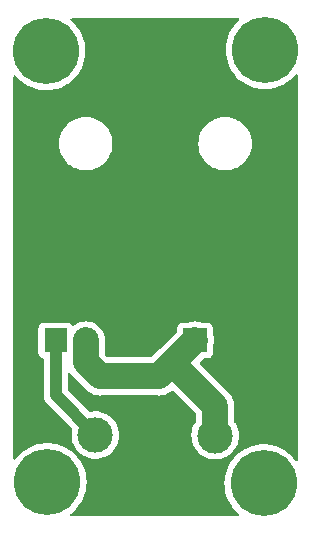
<source format=gbr>
%TF.GenerationSoftware,KiCad,Pcbnew,(6.99.0-228-g2fdbc41b8f)*%
%TF.CreationDate,2022-01-21T20:17:48+01:00*%
%TF.ProjectId,igniter,69676e69-7465-4722-9e6b-696361645f70,rev?*%
%TF.SameCoordinates,Original*%
%TF.FileFunction,Copper,L1,Top*%
%TF.FilePolarity,Positive*%
%FSLAX46Y46*%
G04 Gerber Fmt 4.6, Leading zero omitted, Abs format (unit mm)*
G04 Created by KiCad (PCBNEW (6.99.0-228-g2fdbc41b8f)) date 2022-01-21 20:17:48*
%MOMM*%
%LPD*%
G01*
G04 APERTURE LIST*
%TA.AperFunction,ComponentPad*%
%ADD10C,3.000000*%
%TD*%
%TA.AperFunction,ComponentPad*%
%ADD11R,2.000000X2.000000*%
%TD*%
%TA.AperFunction,ComponentPad*%
%ADD12O,2.000000X2.000000*%
%TD*%
%TA.AperFunction,ComponentPad*%
%ADD13C,5.600000*%
%TD*%
%TA.AperFunction,ComponentPad*%
%ADD14R,1.905000X2.000000*%
%TD*%
%TA.AperFunction,ComponentPad*%
%ADD15O,1.905000X2.000000*%
%TD*%
%TA.AperFunction,Conductor*%
%ADD16C,2.200000*%
%TD*%
%TA.AperFunction,Conductor*%
%ADD17C,1.000000*%
%TD*%
G04 APERTURE END LIST*
D10*
%TO.P,SGND1,1,Pin_1*%
%TO.N,GND*%
X132450000Y-62750000D03*
%TD*%
%TO.P,D12V1,1,Pin_1*%
%TO.N,Net-(D1-K)*%
X137500000Y-62750000D03*
%TD*%
D11*
%TO.P,D1,1,K*%
%TO.N,Net-(D1-K)*%
X135800000Y-54700000D03*
D12*
%TO.P,D1,2,A*%
%TO.N,GND*%
X140880000Y-54700000D03*
%TD*%
D13*
%TO.P,H2,1*%
%TO.N,N/C*%
X141700000Y-30100000D03*
%TD*%
%TO.P,H1,1*%
%TO.N,N/C*%
X123200000Y-30200000D03*
%TD*%
D10*
%TO.P,G1,1,Pin_1*%
%TO.N,Net-(G1-Pin_1)*%
X127350000Y-62700000D03*
%TD*%
D13*
%TO.P,H4,1*%
%TO.N,N/C*%
X141600000Y-66800000D03*
%TD*%
%TO.P,H3,1*%
%TO.N,N/C*%
X123300000Y-66700000D03*
%TD*%
D14*
%TO.P,Q1,1,G*%
%TO.N,Net-(G1-Pin_1)*%
X124000000Y-54700000D03*
D15*
%TO.P,Q1,2,D*%
%TO.N,Net-(D1-K)*%
X126540000Y-54700000D03*
%TO.P,Q1,3,S*%
%TO.N,GND*%
X129080000Y-54700000D03*
%TD*%
D16*
%TO.N,Net-(D1-K)*%
X137500000Y-60250000D02*
X133875000Y-56625000D01*
X137500000Y-62750000D02*
X137500000Y-60250000D01*
X133875000Y-56625000D02*
X135800000Y-54700000D01*
X132750000Y-57750000D02*
X133875000Y-56625000D01*
X127750000Y-57750000D02*
X132750000Y-57750000D01*
X126540000Y-56540000D02*
X127750000Y-57750000D01*
X126540000Y-54700000D02*
X126540000Y-56540000D01*
D17*
%TO.N,Net-(G1-Pin_1)*%
X124000000Y-54700000D02*
X124000000Y-59350000D01*
X124000000Y-59350000D02*
X127350000Y-62700000D01*
%TD*%
%TA.AperFunction,Conductor*%
%TO.N,GND*%
G36*
X139483194Y-27428002D02*
G01*
X139529687Y-27481658D01*
X139539791Y-27551932D01*
X139510297Y-27616512D01*
X139501486Y-27625699D01*
X139300559Y-27815043D01*
X139067819Y-28087546D01*
X139065900Y-28090358D01*
X139065897Y-28090363D01*
X138999604Y-28187546D01*
X138865871Y-28383591D01*
X138697077Y-28699714D01*
X138563411Y-29032218D01*
X138466437Y-29377213D01*
X138407290Y-29730663D01*
X138386661Y-30088434D01*
X138404792Y-30446340D01*
X138461470Y-30800195D01*
X138556033Y-31145859D01*
X138687374Y-31479288D01*
X138853957Y-31796582D01*
X138855858Y-31799411D01*
X138855864Y-31799421D01*
X138941119Y-31926292D01*
X139053834Y-32094029D01*
X139284665Y-32368150D01*
X139543751Y-32615738D01*
X139828061Y-32833897D01*
X139860056Y-32853350D01*
X140131355Y-33018303D01*
X140131360Y-33018306D01*
X140134270Y-33020075D01*
X140137358Y-33021521D01*
X140137357Y-33021521D01*
X140455710Y-33170649D01*
X140455720Y-33170653D01*
X140458794Y-33172093D01*
X140462012Y-33173195D01*
X140462015Y-33173196D01*
X140794615Y-33287071D01*
X140794623Y-33287073D01*
X140797838Y-33288174D01*
X141147435Y-33366959D01*
X141199728Y-33372917D01*
X141500114Y-33407142D01*
X141500122Y-33407142D01*
X141503497Y-33407527D01*
X141506901Y-33407545D01*
X141506904Y-33407545D01*
X141701227Y-33408562D01*
X141861857Y-33409403D01*
X141865243Y-33409053D01*
X141865245Y-33409053D01*
X142214932Y-33372917D01*
X142214941Y-33372916D01*
X142218324Y-33372566D01*
X142221657Y-33371852D01*
X142221660Y-33371851D01*
X142394186Y-33334864D01*
X142568727Y-33297446D01*
X142908968Y-33184922D01*
X143235066Y-33036311D01*
X143329052Y-32980506D01*
X143540262Y-32855099D01*
X143540267Y-32855096D01*
X143543207Y-32853350D01*
X143829786Y-32638180D01*
X144091451Y-32393319D01*
X144270475Y-32185184D01*
X144330061Y-32146582D01*
X144401057Y-32146323D01*
X144460923Y-32184489D01*
X144490651Y-32248961D01*
X144492000Y-32267348D01*
X144492000Y-64759300D01*
X144471998Y-64827421D01*
X144418342Y-64873914D01*
X144348068Y-64884018D01*
X144283488Y-64854524D01*
X144261664Y-64829940D01*
X144241102Y-64799570D01*
X144239190Y-64796746D01*
X144228639Y-64784304D01*
X144127765Y-64665358D01*
X144007403Y-64523432D01*
X143747454Y-64276750D01*
X143462384Y-64059585D01*
X143459472Y-64057828D01*
X143459467Y-64057825D01*
X143158443Y-63876236D01*
X143158437Y-63876233D01*
X143155528Y-63874478D01*
X142830475Y-63723593D01*
X142660751Y-63666145D01*
X142494255Y-63609789D01*
X142494250Y-63609788D01*
X142491028Y-63608697D01*
X142292681Y-63564724D01*
X142144493Y-63531871D01*
X142144487Y-63531870D01*
X142141158Y-63531132D01*
X142137769Y-63530758D01*
X142137764Y-63530757D01*
X141788338Y-63492180D01*
X141788333Y-63492180D01*
X141784957Y-63491807D01*
X141781558Y-63491801D01*
X141781557Y-63491801D01*
X141612080Y-63491505D01*
X141426592Y-63491182D01*
X141313413Y-63503277D01*
X141073639Y-63528901D01*
X141073631Y-63528902D01*
X141070256Y-63529263D01*
X140720117Y-63605606D01*
X140380271Y-63719317D01*
X140377178Y-63720739D01*
X140377177Y-63720740D01*
X140256520Y-63776236D01*
X140054694Y-63869066D01*
X140051760Y-63870822D01*
X140051758Y-63870823D01*
X139759095Y-64045978D01*
X139747193Y-64053101D01*
X139744467Y-64055163D01*
X139744465Y-64055164D01*
X139488506Y-64248745D01*
X139461367Y-64269270D01*
X139458882Y-64271612D01*
X139458877Y-64271616D01*
X139398294Y-64328707D01*
X139200559Y-64515043D01*
X138967819Y-64787546D01*
X138965900Y-64790358D01*
X138965897Y-64790363D01*
X138940618Y-64827421D01*
X138765871Y-65083591D01*
X138597077Y-65399714D01*
X138463411Y-65732218D01*
X138462491Y-65735492D01*
X138462489Y-65735497D01*
X138390424Y-65991878D01*
X138366437Y-66077213D01*
X138307290Y-66430663D01*
X138286661Y-66788434D01*
X138304792Y-67146340D01*
X138361470Y-67500195D01*
X138456033Y-67845859D01*
X138587374Y-68179288D01*
X138588957Y-68182303D01*
X138718529Y-68429101D01*
X138753957Y-68496582D01*
X138755858Y-68499411D01*
X138755864Y-68499421D01*
X138903294Y-68718818D01*
X138953834Y-68794029D01*
X139184665Y-69068150D01*
X139443751Y-69315738D01*
X139469968Y-69335855D01*
X139509303Y-69366038D01*
X139551170Y-69423376D01*
X139555392Y-69494247D01*
X139520628Y-69556150D01*
X139457915Y-69589431D01*
X139432599Y-69592000D01*
X125336211Y-69592000D01*
X125268090Y-69571998D01*
X125221597Y-69518342D01*
X125211493Y-69448068D01*
X125240987Y-69383488D01*
X125260558Y-69365240D01*
X125429786Y-69238180D01*
X125691451Y-68993319D01*
X125925140Y-68721630D01*
X126081888Y-68493560D01*
X126126190Y-68429101D01*
X126126195Y-68429094D01*
X126128120Y-68426292D01*
X126129732Y-68423298D01*
X126129737Y-68423290D01*
X126296395Y-68113772D01*
X126298017Y-68110760D01*
X126404294Y-67849029D01*
X126431562Y-67781877D01*
X126431564Y-67781872D01*
X126432842Y-67778724D01*
X126531020Y-67434070D01*
X126591401Y-67080828D01*
X126613278Y-66723131D01*
X126613359Y-66700000D01*
X126593979Y-66342159D01*
X126536066Y-65988505D01*
X126440297Y-65643173D01*
X126307793Y-65310205D01*
X126244947Y-65191510D01*
X126141702Y-64996513D01*
X126141698Y-64996506D01*
X126140103Y-64993494D01*
X125939190Y-64696746D01*
X125907290Y-64659130D01*
X125815654Y-64551077D01*
X125707403Y-64423432D01*
X125467838Y-64196094D01*
X125449921Y-64179091D01*
X125449920Y-64179090D01*
X125447454Y-64176750D01*
X125162384Y-63959585D01*
X125159472Y-63957828D01*
X125159467Y-63957825D01*
X124858443Y-63776236D01*
X124858437Y-63776233D01*
X124855528Y-63774478D01*
X124530475Y-63623593D01*
X124277760Y-63538054D01*
X124194255Y-63509789D01*
X124194250Y-63509788D01*
X124191028Y-63508697D01*
X123992681Y-63464724D01*
X123844493Y-63431871D01*
X123844487Y-63431870D01*
X123841158Y-63431132D01*
X123837769Y-63430758D01*
X123837764Y-63430757D01*
X123488338Y-63392180D01*
X123488333Y-63392180D01*
X123484957Y-63391807D01*
X123481558Y-63391801D01*
X123481557Y-63391801D01*
X123312080Y-63391505D01*
X123126592Y-63391182D01*
X123013413Y-63403277D01*
X122773639Y-63428901D01*
X122773631Y-63428902D01*
X122770256Y-63429263D01*
X122420117Y-63505606D01*
X122080271Y-63619317D01*
X122077178Y-63620739D01*
X122077177Y-63620740D01*
X122070974Y-63623593D01*
X121754694Y-63769066D01*
X121751760Y-63770822D01*
X121751758Y-63770823D01*
X121451556Y-63950490D01*
X121447193Y-63953101D01*
X121444467Y-63955163D01*
X121444465Y-63955164D01*
X121179179Y-64155799D01*
X121161367Y-64169270D01*
X121158882Y-64171612D01*
X121158877Y-64171616D01*
X121132902Y-64196094D01*
X120900559Y-64415043D01*
X120667819Y-64687546D01*
X120665900Y-64690358D01*
X120665897Y-64690363D01*
X120638088Y-64731130D01*
X120583177Y-64776133D01*
X120512652Y-64784304D01*
X120448905Y-64753050D01*
X120412175Y-64692293D01*
X120408000Y-64660126D01*
X120408000Y-55748134D01*
X122539000Y-55748134D01*
X122545755Y-55810316D01*
X122596885Y-55946705D01*
X122684239Y-56063261D01*
X122800795Y-56150615D01*
X122809203Y-56153767D01*
X122909730Y-56191453D01*
X122966494Y-56234095D01*
X122991194Y-56300656D01*
X122991500Y-56309435D01*
X122991500Y-59288157D01*
X122990763Y-59301764D01*
X122986676Y-59339388D01*
X122987213Y-59345523D01*
X122991050Y-59389388D01*
X122991379Y-59394214D01*
X122991500Y-59396686D01*
X122991500Y-59399769D01*
X122991801Y-59402837D01*
X122995690Y-59442506D01*
X122995812Y-59443819D01*
X123003913Y-59536413D01*
X123005400Y-59541532D01*
X123005920Y-59546833D01*
X123032791Y-59635834D01*
X123033126Y-59636967D01*
X123059091Y-59726336D01*
X123061544Y-59731068D01*
X123063084Y-59736169D01*
X123065978Y-59741612D01*
X123106731Y-59818260D01*
X123107343Y-59819426D01*
X123150108Y-59901926D01*
X123153431Y-59906089D01*
X123155934Y-59910796D01*
X123214755Y-59982918D01*
X123215446Y-59983774D01*
X123246738Y-60022973D01*
X123249242Y-60025477D01*
X123249884Y-60026195D01*
X123253585Y-60030528D01*
X123280935Y-60064062D01*
X123285682Y-60067989D01*
X123285684Y-60067991D01*
X123316262Y-60093287D01*
X123325042Y-60101277D01*
X125358284Y-62134519D01*
X125392310Y-62196831D01*
X125392297Y-62250455D01*
X125359317Y-62401717D01*
X125359316Y-62401725D01*
X125358404Y-62405907D01*
X125336917Y-62678918D01*
X125352682Y-62952320D01*
X125353507Y-62956525D01*
X125353508Y-62956533D01*
X125383917Y-63111526D01*
X125405405Y-63221053D01*
X125406792Y-63225103D01*
X125406793Y-63225108D01*
X125477203Y-63430757D01*
X125494112Y-63480144D01*
X125508473Y-63508697D01*
X125615119Y-63720740D01*
X125617160Y-63724799D01*
X125619586Y-63728328D01*
X125619589Y-63728334D01*
X125717520Y-63870823D01*
X125772274Y-63950490D01*
X125775161Y-63953663D01*
X125775162Y-63953664D01*
X125953692Y-64149867D01*
X125956582Y-64153043D01*
X126166675Y-64328707D01*
X126170316Y-64330991D01*
X126395024Y-64471951D01*
X126395028Y-64471953D01*
X126398664Y-64474234D01*
X126504345Y-64521951D01*
X126644345Y-64585164D01*
X126644349Y-64585166D01*
X126648257Y-64586930D01*
X126652377Y-64588150D01*
X126652376Y-64588150D01*
X126906723Y-64663491D01*
X126906727Y-64663492D01*
X126910836Y-64664709D01*
X126915070Y-64665357D01*
X126915075Y-64665358D01*
X127177298Y-64705483D01*
X127177300Y-64705483D01*
X127181540Y-64706132D01*
X127320912Y-64708322D01*
X127451071Y-64710367D01*
X127451077Y-64710367D01*
X127455362Y-64710434D01*
X127727235Y-64677534D01*
X127992127Y-64608041D01*
X127996087Y-64606401D01*
X127996092Y-64606399D01*
X128129650Y-64551077D01*
X128245136Y-64503241D01*
X128481582Y-64365073D01*
X128697089Y-64196094D01*
X128723084Y-64169270D01*
X128837360Y-64051346D01*
X128887669Y-63999431D01*
X128890202Y-63995983D01*
X128890206Y-63995978D01*
X129047257Y-63782178D01*
X129049795Y-63778723D01*
X129054006Y-63770968D01*
X129178418Y-63541830D01*
X129178419Y-63541828D01*
X129180468Y-63538054D01*
X129235966Y-63391182D01*
X129275751Y-63285895D01*
X129275752Y-63285891D01*
X129277269Y-63281877D01*
X129338407Y-63014933D01*
X129339916Y-62998032D01*
X129362531Y-62744627D01*
X129362531Y-62744625D01*
X129362751Y-62742161D01*
X129363193Y-62700000D01*
X129361465Y-62674648D01*
X129344859Y-62431055D01*
X129344858Y-62431049D01*
X129344567Y-62426778D01*
X129341130Y-62410179D01*
X129300256Y-62212809D01*
X129289032Y-62158612D01*
X129197617Y-61900465D01*
X129072013Y-61657112D01*
X128914545Y-61433057D01*
X128728125Y-61232445D01*
X128724810Y-61229731D01*
X128724806Y-61229728D01*
X128519523Y-61061706D01*
X128516205Y-61058990D01*
X128282704Y-60915901D01*
X128278768Y-60914173D01*
X128035873Y-60807549D01*
X128035869Y-60807548D01*
X128031945Y-60805825D01*
X127768566Y-60730800D01*
X127764324Y-60730196D01*
X127764318Y-60730195D01*
X127563834Y-60701662D01*
X127497443Y-60692213D01*
X127353589Y-60691460D01*
X127227877Y-60690802D01*
X127227871Y-60690802D01*
X127223591Y-60690780D01*
X127219347Y-60691339D01*
X127219343Y-60691339D01*
X126956338Y-60725964D01*
X126956336Y-60725964D01*
X126952078Y-60726525D01*
X126905424Y-60739288D01*
X126834442Y-60737970D01*
X126783083Y-60706849D01*
X125045405Y-58969171D01*
X125011379Y-58906859D01*
X125008500Y-58880076D01*
X125008500Y-57564204D01*
X125028502Y-57496083D01*
X125082158Y-57449590D01*
X125152432Y-57439486D01*
X125217012Y-57468980D01*
X125234385Y-57487908D01*
X125234672Y-57488376D01*
X125357930Y-57632693D01*
X125357936Y-57632699D01*
X125399102Y-57680898D01*
X125402857Y-57684105D01*
X125443547Y-57718857D01*
X125450812Y-57725574D01*
X126564423Y-58839185D01*
X126571139Y-58846450D01*
X126605889Y-58887137D01*
X126605894Y-58887142D01*
X126609102Y-58890898D01*
X126801624Y-59055328D01*
X127017498Y-59187616D01*
X127022068Y-59189509D01*
X127022072Y-59189511D01*
X127246836Y-59282611D01*
X127251409Y-59284505D01*
X127323299Y-59301764D01*
X127492784Y-59342454D01*
X127492790Y-59342455D01*
X127497597Y-59343609D01*
X127686801Y-59358500D01*
X127686803Y-59358500D01*
X127686818Y-59358501D01*
X127745069Y-59363085D01*
X127745070Y-59363085D01*
X127750000Y-59363473D01*
X127754930Y-59363085D01*
X127808260Y-59358888D01*
X127818146Y-59358500D01*
X132681854Y-59358500D01*
X132691740Y-59358888D01*
X132750000Y-59363473D01*
X132754930Y-59363085D01*
X132754931Y-59363085D01*
X132813182Y-59358501D01*
X132813197Y-59358500D01*
X132813199Y-59358500D01*
X133002403Y-59343609D01*
X133007210Y-59342455D01*
X133007216Y-59342454D01*
X133176701Y-59301764D01*
X133248591Y-59284505D01*
X133253164Y-59282611D01*
X133477928Y-59189511D01*
X133477932Y-59189509D01*
X133482502Y-59187616D01*
X133698376Y-59055328D01*
X133698377Y-59055327D01*
X133788978Y-58977947D01*
X133853765Y-58948917D01*
X133923965Y-58959522D01*
X133959901Y-58984664D01*
X135854595Y-60879358D01*
X135888621Y-60941670D01*
X135891500Y-60968453D01*
X135891500Y-61505919D01*
X135867823Y-61579445D01*
X135789002Y-61689136D01*
X135660857Y-61931161D01*
X135659385Y-61935184D01*
X135659383Y-61935188D01*
X135577621Y-62158612D01*
X135566743Y-62188337D01*
X135508404Y-62455907D01*
X135486917Y-62728918D01*
X135502682Y-63002320D01*
X135503507Y-63006525D01*
X135503508Y-63006533D01*
X135505977Y-63019117D01*
X135555405Y-63271053D01*
X135556792Y-63275103D01*
X135556793Y-63275108D01*
X135636082Y-63506690D01*
X135644112Y-63530144D01*
X135691112Y-63623593D01*
X135764277Y-63769066D01*
X135767160Y-63774799D01*
X135769586Y-63778328D01*
X135769589Y-63778334D01*
X135895578Y-63961647D01*
X135922274Y-64000490D01*
X135925161Y-64003663D01*
X135925162Y-64003664D01*
X136073972Y-64167205D01*
X136106582Y-64203043D01*
X136316675Y-64378707D01*
X136320316Y-64380991D01*
X136545024Y-64521951D01*
X136545028Y-64521953D01*
X136548664Y-64524234D01*
X136616544Y-64554883D01*
X136794345Y-64635164D01*
X136794349Y-64635166D01*
X136798257Y-64636930D01*
X136802377Y-64638150D01*
X136802376Y-64638150D01*
X137056723Y-64713491D01*
X137056727Y-64713492D01*
X137060836Y-64714709D01*
X137065070Y-64715357D01*
X137065075Y-64715358D01*
X137327298Y-64755483D01*
X137327300Y-64755483D01*
X137331540Y-64756132D01*
X137470912Y-64758322D01*
X137601071Y-64760367D01*
X137601077Y-64760367D01*
X137605362Y-64760434D01*
X137877235Y-64727534D01*
X138142127Y-64658041D01*
X138146087Y-64656401D01*
X138146092Y-64656399D01*
X138310858Y-64588150D01*
X138395136Y-64553241D01*
X138612823Y-64426035D01*
X138627879Y-64417237D01*
X138627880Y-64417236D01*
X138631582Y-64415073D01*
X138847089Y-64246094D01*
X138888809Y-64203043D01*
X139027829Y-64059585D01*
X139037669Y-64049431D01*
X139040202Y-64045983D01*
X139040206Y-64045978D01*
X139197257Y-63832178D01*
X139199795Y-63828723D01*
X139228989Y-63774955D01*
X139328418Y-63591830D01*
X139328419Y-63591828D01*
X139330468Y-63588054D01*
X139389764Y-63431132D01*
X139425751Y-63335895D01*
X139425752Y-63335891D01*
X139427269Y-63331877D01*
X139488407Y-63064933D01*
X139492870Y-63014933D01*
X139512531Y-62794627D01*
X139512531Y-62794625D01*
X139512751Y-62792161D01*
X139513193Y-62750000D01*
X139509954Y-62702484D01*
X139494859Y-62481055D01*
X139494858Y-62481049D01*
X139494567Y-62476778D01*
X139484213Y-62426778D01*
X139439901Y-62212809D01*
X139439032Y-62208612D01*
X139347617Y-61950465D01*
X139222013Y-61707112D01*
X139212040Y-61692921D01*
X139131413Y-61578201D01*
X139108500Y-61505750D01*
X139108500Y-60318146D01*
X139108888Y-60308260D01*
X139113085Y-60254930D01*
X139113473Y-60250000D01*
X139108500Y-60186810D01*
X139108500Y-60186801D01*
X139093609Y-59997597D01*
X139070596Y-59901738D01*
X139035660Y-59756221D01*
X139034505Y-59751409D01*
X139028531Y-59736987D01*
X138939511Y-59522072D01*
X138939509Y-59522068D01*
X138937616Y-59517498D01*
X138805328Y-59301624D01*
X138802116Y-59297864D01*
X138802113Y-59297859D01*
X138707956Y-59187616D01*
X138682209Y-59157470D01*
X138682070Y-59157307D01*
X138682064Y-59157301D01*
X138640898Y-59109102D01*
X138596454Y-59071143D01*
X138589191Y-59064428D01*
X136238858Y-56714095D01*
X136204832Y-56651783D01*
X136209897Y-56580968D01*
X136238858Y-56535905D01*
X136529358Y-56245405D01*
X136591670Y-56211379D01*
X136618453Y-56208500D01*
X136848134Y-56208500D01*
X136910316Y-56201745D01*
X137046705Y-56150615D01*
X137163261Y-56063261D01*
X137250615Y-55946705D01*
X137301745Y-55810316D01*
X137308500Y-55748134D01*
X137308500Y-55286436D01*
X137318091Y-55238218D01*
X137332611Y-55203164D01*
X137332612Y-55203162D01*
X137334505Y-55198591D01*
X137393609Y-54952403D01*
X137413473Y-54700000D01*
X137393609Y-54447597D01*
X137334505Y-54201409D01*
X137318091Y-54161782D01*
X137308500Y-54113564D01*
X137308500Y-53651866D01*
X137301745Y-53589684D01*
X137250615Y-53453295D01*
X137163261Y-53336739D01*
X137046705Y-53249385D01*
X136910316Y-53198255D01*
X136848134Y-53191500D01*
X136386436Y-53191500D01*
X136338218Y-53181909D01*
X136303164Y-53167389D01*
X136303162Y-53167388D01*
X136298591Y-53165495D01*
X136213968Y-53145179D01*
X136057216Y-53107546D01*
X136057210Y-53107545D01*
X136052403Y-53106391D01*
X135800000Y-53086527D01*
X135547597Y-53106391D01*
X135542790Y-53107545D01*
X135542784Y-53107546D01*
X135386032Y-53145179D01*
X135301409Y-53165495D01*
X135296838Y-53167388D01*
X135296836Y-53167389D01*
X135261782Y-53181909D01*
X135213564Y-53191500D01*
X134751866Y-53191500D01*
X134689684Y-53198255D01*
X134553295Y-53249385D01*
X134436739Y-53336739D01*
X134349385Y-53453295D01*
X134298255Y-53589684D01*
X134291500Y-53651866D01*
X134291500Y-53881547D01*
X134271498Y-53949668D01*
X134254595Y-53970642D01*
X132785809Y-55439428D01*
X132778546Y-55446143D01*
X132734102Y-55484102D01*
X132730894Y-55487858D01*
X132696144Y-55528545D01*
X132689428Y-55535809D01*
X132120642Y-56104595D01*
X132058330Y-56138621D01*
X132031547Y-56141500D01*
X128468453Y-56141500D01*
X128400332Y-56121498D01*
X128379357Y-56104595D01*
X128185404Y-55910641D01*
X128151379Y-55848329D01*
X128148500Y-55821546D01*
X128148500Y-54636801D01*
X128133609Y-54447597D01*
X128074505Y-54201409D01*
X128048500Y-54138627D01*
X127979511Y-53972072D01*
X127979509Y-53972068D01*
X127977616Y-53967498D01*
X127845328Y-53751624D01*
X127680898Y-53559102D01*
X127488376Y-53394672D01*
X127272502Y-53262384D01*
X127267932Y-53260491D01*
X127267928Y-53260489D01*
X127043164Y-53167389D01*
X127043162Y-53167388D01*
X127038591Y-53165495D01*
X126953968Y-53145179D01*
X126797216Y-53107546D01*
X126797210Y-53107545D01*
X126792403Y-53106391D01*
X126540000Y-53086526D01*
X126287597Y-53106391D01*
X126282790Y-53107545D01*
X126282784Y-53107546D01*
X126126032Y-53145179D01*
X126041409Y-53165495D01*
X126036838Y-53167388D01*
X126036836Y-53167389D01*
X125812072Y-53260489D01*
X125812068Y-53260491D01*
X125807498Y-53262384D01*
X125591624Y-53394672D01*
X125587868Y-53397880D01*
X125587857Y-53397888D01*
X125552016Y-53428500D01*
X125487227Y-53457532D01*
X125417027Y-53446927D01*
X125369359Y-53408255D01*
X125361590Y-53397888D01*
X125315761Y-53336739D01*
X125199205Y-53249385D01*
X125062816Y-53198255D01*
X125000634Y-53191500D01*
X122999366Y-53191500D01*
X122937184Y-53198255D01*
X122800795Y-53249385D01*
X122684239Y-53336739D01*
X122596885Y-53453295D01*
X122545755Y-53589684D01*
X122539000Y-53651866D01*
X122539000Y-55748134D01*
X120408000Y-55748134D01*
X120408000Y-38040000D01*
X124276654Y-38040000D01*
X124296017Y-38335426D01*
X124353776Y-38625797D01*
X124448941Y-38906145D01*
X124579885Y-39171673D01*
X124744367Y-39417838D01*
X124747081Y-39420932D01*
X124747085Y-39420938D01*
X124936864Y-39637338D01*
X124939573Y-39640427D01*
X124942662Y-39643136D01*
X125159062Y-39832915D01*
X125159068Y-39832919D01*
X125162162Y-39835633D01*
X125165588Y-39837922D01*
X125165593Y-39837926D01*
X125349405Y-39960744D01*
X125408327Y-40000115D01*
X125412026Y-40001939D01*
X125412031Y-40001942D01*
X125548313Y-40069148D01*
X125673855Y-40131059D01*
X125677760Y-40132384D01*
X125677761Y-40132385D01*
X125950290Y-40224896D01*
X125950294Y-40224897D01*
X125954203Y-40226224D01*
X125958247Y-40227028D01*
X125958253Y-40227030D01*
X126240535Y-40283180D01*
X126240541Y-40283181D01*
X126244574Y-40283983D01*
X126248679Y-40284252D01*
X126248686Y-40284253D01*
X126535881Y-40303076D01*
X126540000Y-40303346D01*
X126544119Y-40303076D01*
X126831314Y-40284253D01*
X126831321Y-40284252D01*
X126835426Y-40283983D01*
X126839459Y-40283181D01*
X126839465Y-40283180D01*
X127121747Y-40227030D01*
X127121753Y-40227028D01*
X127125797Y-40226224D01*
X127129706Y-40224897D01*
X127129710Y-40224896D01*
X127402239Y-40132385D01*
X127402240Y-40132384D01*
X127406145Y-40131059D01*
X127531687Y-40069148D01*
X127667969Y-40001942D01*
X127667974Y-40001939D01*
X127671673Y-40000115D01*
X127730595Y-39960744D01*
X127914407Y-39837926D01*
X127914412Y-39837922D01*
X127917838Y-39835633D01*
X127920932Y-39832919D01*
X127920938Y-39832915D01*
X128137338Y-39643136D01*
X128140427Y-39640427D01*
X128143136Y-39637338D01*
X128332915Y-39420938D01*
X128332919Y-39420932D01*
X128335633Y-39417838D01*
X128500115Y-39171673D01*
X128631059Y-38906145D01*
X128726224Y-38625797D01*
X128783983Y-38335426D01*
X128803346Y-38040000D01*
X136076654Y-38040000D01*
X136096017Y-38335426D01*
X136153776Y-38625797D01*
X136248941Y-38906145D01*
X136379885Y-39171673D01*
X136544367Y-39417838D01*
X136547081Y-39420932D01*
X136547085Y-39420938D01*
X136736864Y-39637338D01*
X136739573Y-39640427D01*
X136742662Y-39643136D01*
X136959062Y-39832915D01*
X136959068Y-39832919D01*
X136962162Y-39835633D01*
X136965588Y-39837922D01*
X136965593Y-39837926D01*
X137149405Y-39960744D01*
X137208327Y-40000115D01*
X137212026Y-40001939D01*
X137212031Y-40001942D01*
X137348313Y-40069148D01*
X137473855Y-40131059D01*
X137477760Y-40132384D01*
X137477761Y-40132385D01*
X137750290Y-40224896D01*
X137750294Y-40224897D01*
X137754203Y-40226224D01*
X137758247Y-40227028D01*
X137758253Y-40227030D01*
X138040535Y-40283180D01*
X138040541Y-40283181D01*
X138044574Y-40283983D01*
X138048679Y-40284252D01*
X138048686Y-40284253D01*
X138335881Y-40303076D01*
X138340000Y-40303346D01*
X138344119Y-40303076D01*
X138631314Y-40284253D01*
X138631321Y-40284252D01*
X138635426Y-40283983D01*
X138639459Y-40283181D01*
X138639465Y-40283180D01*
X138921747Y-40227030D01*
X138921753Y-40227028D01*
X138925797Y-40226224D01*
X138929706Y-40224897D01*
X138929710Y-40224896D01*
X139202239Y-40132385D01*
X139202240Y-40132384D01*
X139206145Y-40131059D01*
X139331687Y-40069148D01*
X139467969Y-40001942D01*
X139467974Y-40001939D01*
X139471673Y-40000115D01*
X139530595Y-39960744D01*
X139714407Y-39837926D01*
X139714412Y-39837922D01*
X139717838Y-39835633D01*
X139720932Y-39832919D01*
X139720938Y-39832915D01*
X139937338Y-39643136D01*
X139940427Y-39640427D01*
X139943136Y-39637338D01*
X140132915Y-39420938D01*
X140132919Y-39420932D01*
X140135633Y-39417838D01*
X140300115Y-39171673D01*
X140431059Y-38906145D01*
X140526224Y-38625797D01*
X140583983Y-38335426D01*
X140603346Y-38040000D01*
X140583983Y-37744574D01*
X140526224Y-37454203D01*
X140431059Y-37173855D01*
X140300115Y-36908327D01*
X140135633Y-36662162D01*
X140132919Y-36659068D01*
X140132915Y-36659062D01*
X139943136Y-36442662D01*
X139940427Y-36439573D01*
X139937338Y-36436864D01*
X139720938Y-36247085D01*
X139720932Y-36247081D01*
X139717838Y-36244367D01*
X139714412Y-36242078D01*
X139714407Y-36242074D01*
X139475106Y-36082179D01*
X139471673Y-36079885D01*
X139467974Y-36078061D01*
X139467969Y-36078058D01*
X139331687Y-36010852D01*
X139206145Y-35948941D01*
X139202239Y-35947615D01*
X138929710Y-35855104D01*
X138929706Y-35855103D01*
X138925797Y-35853776D01*
X138921753Y-35852972D01*
X138921747Y-35852970D01*
X138639465Y-35796820D01*
X138639459Y-35796819D01*
X138635426Y-35796017D01*
X138631321Y-35795748D01*
X138631314Y-35795747D01*
X138344119Y-35776924D01*
X138340000Y-35776654D01*
X138335881Y-35776924D01*
X138048686Y-35795747D01*
X138048679Y-35795748D01*
X138044574Y-35796017D01*
X138040541Y-35796819D01*
X138040535Y-35796820D01*
X137758253Y-35852970D01*
X137758247Y-35852972D01*
X137754203Y-35853776D01*
X137750294Y-35855103D01*
X137750290Y-35855104D01*
X137477761Y-35947615D01*
X137473855Y-35948941D01*
X137348313Y-36010852D01*
X137212031Y-36078058D01*
X137212026Y-36078061D01*
X137208327Y-36079885D01*
X137204894Y-36082179D01*
X136965593Y-36242074D01*
X136965588Y-36242078D01*
X136962162Y-36244367D01*
X136959068Y-36247081D01*
X136959062Y-36247085D01*
X136742662Y-36436864D01*
X136739573Y-36439573D01*
X136736864Y-36442662D01*
X136547085Y-36659062D01*
X136547081Y-36659068D01*
X136544367Y-36662162D01*
X136379885Y-36908327D01*
X136248941Y-37173855D01*
X136153776Y-37454203D01*
X136096017Y-37744574D01*
X136076654Y-38040000D01*
X128803346Y-38040000D01*
X128783983Y-37744574D01*
X128726224Y-37454203D01*
X128631059Y-37173855D01*
X128500115Y-36908327D01*
X128335633Y-36662162D01*
X128332919Y-36659068D01*
X128332915Y-36659062D01*
X128143136Y-36442662D01*
X128140427Y-36439573D01*
X128137338Y-36436864D01*
X127920938Y-36247085D01*
X127920932Y-36247081D01*
X127917838Y-36244367D01*
X127914412Y-36242078D01*
X127914407Y-36242074D01*
X127675106Y-36082179D01*
X127671673Y-36079885D01*
X127667974Y-36078061D01*
X127667969Y-36078058D01*
X127531687Y-36010852D01*
X127406145Y-35948941D01*
X127402239Y-35947615D01*
X127129710Y-35855104D01*
X127129706Y-35855103D01*
X127125797Y-35853776D01*
X127121753Y-35852972D01*
X127121747Y-35852970D01*
X126839465Y-35796820D01*
X126839459Y-35796819D01*
X126835426Y-35796017D01*
X126831321Y-35795748D01*
X126831314Y-35795747D01*
X126544119Y-35776924D01*
X126540000Y-35776654D01*
X126535881Y-35776924D01*
X126248686Y-35795747D01*
X126248679Y-35795748D01*
X126244574Y-35796017D01*
X126240541Y-35796819D01*
X126240535Y-35796820D01*
X125958253Y-35852970D01*
X125958247Y-35852972D01*
X125954203Y-35853776D01*
X125950294Y-35855103D01*
X125950290Y-35855104D01*
X125677761Y-35947615D01*
X125673855Y-35948941D01*
X125548313Y-36010852D01*
X125412031Y-36078058D01*
X125412026Y-36078061D01*
X125408327Y-36079885D01*
X125404894Y-36082179D01*
X125165593Y-36242074D01*
X125165588Y-36242078D01*
X125162162Y-36244367D01*
X125159068Y-36247081D01*
X125159062Y-36247085D01*
X124942662Y-36436864D01*
X124939573Y-36439573D01*
X124936864Y-36442662D01*
X124747085Y-36659062D01*
X124747081Y-36659068D01*
X124744367Y-36662162D01*
X124579885Y-36908327D01*
X124448941Y-37173855D01*
X124353776Y-37454203D01*
X124296017Y-37744574D01*
X124276654Y-38040000D01*
X120408000Y-38040000D01*
X120408000Y-32366090D01*
X120428002Y-32297969D01*
X120481658Y-32251476D01*
X120551932Y-32241372D01*
X120616512Y-32270866D01*
X120630380Y-32284931D01*
X120782464Y-32465537D01*
X120782470Y-32465544D01*
X120784665Y-32468150D01*
X121043751Y-32715738D01*
X121328061Y-32933897D01*
X121360056Y-32953350D01*
X121631355Y-33118303D01*
X121631360Y-33118306D01*
X121634270Y-33120075D01*
X121637358Y-33121521D01*
X121637357Y-33121521D01*
X121955710Y-33270649D01*
X121955720Y-33270653D01*
X121958794Y-33272093D01*
X121962012Y-33273195D01*
X121962015Y-33273196D01*
X122294615Y-33387071D01*
X122294623Y-33387073D01*
X122297838Y-33388174D01*
X122647435Y-33466959D01*
X122699728Y-33472917D01*
X123000114Y-33507142D01*
X123000122Y-33507142D01*
X123003497Y-33507527D01*
X123006901Y-33507545D01*
X123006904Y-33507545D01*
X123201227Y-33508562D01*
X123361857Y-33509403D01*
X123365243Y-33509053D01*
X123365245Y-33509053D01*
X123714932Y-33472917D01*
X123714941Y-33472916D01*
X123718324Y-33472566D01*
X123721657Y-33471852D01*
X123721660Y-33471851D01*
X123894186Y-33434864D01*
X124068727Y-33397446D01*
X124408968Y-33284922D01*
X124735066Y-33136311D01*
X124928394Y-33021521D01*
X125040262Y-32955099D01*
X125040267Y-32955096D01*
X125043207Y-32953350D01*
X125329786Y-32738180D01*
X125591451Y-32493319D01*
X125825140Y-32221630D01*
X125931750Y-32066512D01*
X126026190Y-31929101D01*
X126026195Y-31929094D01*
X126028120Y-31926292D01*
X126029732Y-31923298D01*
X126029737Y-31923290D01*
X126196395Y-31613772D01*
X126198017Y-31610760D01*
X126332842Y-31278724D01*
X126431020Y-30934070D01*
X126491401Y-30580828D01*
X126499627Y-30446340D01*
X126513168Y-30224928D01*
X126513278Y-30223131D01*
X126513359Y-30200000D01*
X126493979Y-29842159D01*
X126436066Y-29488505D01*
X126340297Y-29143173D01*
X126207793Y-28810205D01*
X126147701Y-28696711D01*
X126041702Y-28496513D01*
X126041698Y-28496506D01*
X126040103Y-28493494D01*
X125839190Y-28196746D01*
X125802746Y-28153772D01*
X125721754Y-28058270D01*
X125607403Y-27923432D01*
X125347454Y-27676750D01*
X125344750Y-27674690D01*
X125344744Y-27674685D01*
X125291639Y-27634230D01*
X125249571Y-27577039D01*
X125245102Y-27506183D01*
X125279650Y-27444159D01*
X125342246Y-27410659D01*
X125367993Y-27408000D01*
X139415073Y-27408000D01*
X139483194Y-27428002D01*
G37*
%TD.AperFunction*%
%TD*%
M02*

</source>
